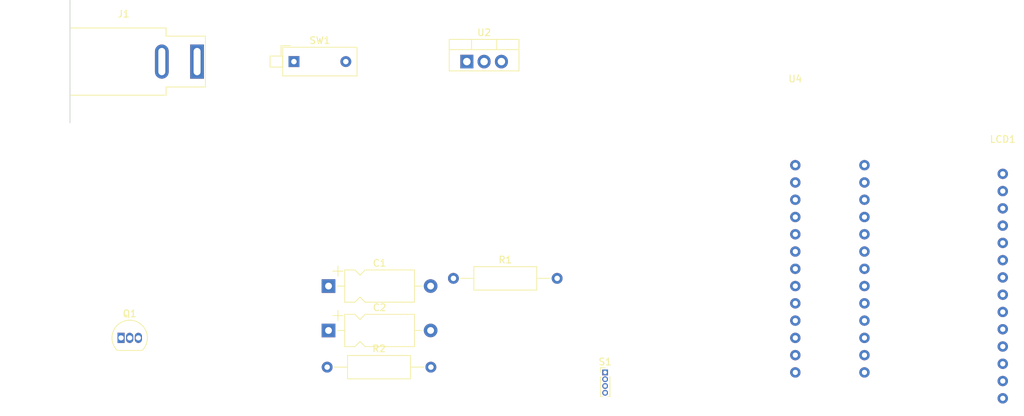
<source format=kicad_pcb>
(kicad_pcb (version 20211014) (generator pcbnew)
  (layers (0 "F.Cu" signal) (31 "B.Cu" signal) (34 "B.Paste" user) (35 "F.Paste" user) (36 "B.SilkS" user "B.Silkscreen") (37 "F.SilkS" user "F.Silkscreen") (38 "B.Mask" user) (39 "F.Mask" user) (44 "Edge.Cuts" user))
  (net 0 "")
  (net 1 "Net-(J1-Pad1)")
  (net 2 "GNDREF")
  (net 3 "Net-(Q1-Pad2)")
  (net 4 "Net-(Q1-Pad3)")
  (net 5 "Net-(R1-Pad2)")
  (net 6 "+3V3")
  (net 7 "+5V")
  (net 11 "GPIO34")
  (net 12 "GPIO35")
  (net 13 "GPIO32")
  (net 14 "GPIO33")
  (net 15 "GPIO25")
  (net 16 "GPIO26")
  (net 17 "GPIO27")
  (net 18 "GPIO14")
  (net 19 "GPIO12")
  (net 20 "GPIO22")
  (net 21 "GPIO19")
  (net 22 "GPIO23")
  (net 23 "GPIO18")
  (net 24 "GPIO05")
  (net 25 "GPIO17")
  (net 26 "GPIO16")
  (net 27 "GPIO04")
  (net 28 "GPIO00")
  (net 29 "GPIO02")
  (net 30 "GPIO13")
  (net 31 "GPIO15")
  (footprint "Connector_PinHeader_1.00mm:PinHeader_1x04_P1.00mm_Vertical" (layer "F.Cu") (at 101.6 73.66)
    (fp_text reference "S1" (at 0 -1.56) (layer "F.SilkS"))
    (fp_text value "DHT22")
    (fp_line (start 0.695 0.685) (end 0.695 3.56) (layer "F.SilkS") (width 0.12))
    (fp_line (start 0.608276 0.685) (end 0.695 0.685) (layer "F.SilkS") (width 0.12))
    (fp_line (start 0.394493 3.56) (end 0.695 3.56) (layer "F.SilkS") (width 0.12))
    (fp_line (start -0.695 0.685) (end -0.695 3.56) (layer "F.SilkS") (width 0.12))
    (fp_line (start -0.695 0) (end -0.695 -0.685) (layer "F.SilkS") (width 0.12))
    (fp_line (start -0.695 3.56) (end -0.394493 3.56) (layer "F.SilkS") (width 0.12))
    (fp_line (start -0.695 0.685) (end -0.608276 0.685) (layer "F.SilkS") (width 0.12))
    (fp_line (start -0.695 -0.685) (end 0 -0.685) (layer "F.SilkS") (width 0.12))
    (pad "1" thru_hole rect (at 0 0) (size 0.85 0.85) (drill 0.5) (layers *.Cu *.Mask) (net 6 "+3V3"))
    (pad "2" thru_hole oval (at 0 1) (size 0.85 0.85) (drill 0.5) (layers *.Cu *.Mask) (net 13 "GPIO32"))
    (pad "3" thru_hole oval (at 0 2) (size 0.85 0.85) (drill 0.5) (layers *.Cu *.Mask))
    (pad "4" thru_hole oval (at 0 3) (size 0.85 0.85) (drill 0.5) (layers *.Cu *.Mask) (net 2 "GNDREF"))
  )
  (footprint "Capacitor_THT:CP_Axial_L10.0mm_D4.5mm_P15.00mm_Horizontal" (layer "F.Cu") (at 60.96 67.49)
    (fp_text reference "C2" (at 7.5 -3.37) (layer "F.SilkS"))
    (fp_text value "100uF")
    (fp_line (start 4.63 1.62) (end 5.38 2.37) (layer "F.SilkS") (width 0.12))
    (fp_line (start 2.38 -2.37) (end 2.38 2.37) (layer "F.SilkS") (width 0.12))
    (fp_line (start 12.62 -2.37) (end 12.62 2.37) (layer "F.SilkS") (width 0.12))
    (fp_line (start 1.38 -2.95) (end 1.38 -1.45) (layer "F.SilkS") (width 0.12))
    (fp_line (start 0.63 -2.2) (end 2.13 -2.2) (layer "F.SilkS") (width 0.12))
    (fp_line (start 3.88 2.37) (end 4.63 1.62) (layer "F.SilkS") (width 0.12))
    (fp_line (start 3.88 -2.37) (end 4.63 -1.62) (layer "F.SilkS") (width 0.12))
    (fp_line (start 13.76 0) (end 12.62 0) (layer "F.SilkS") (width 0.12))
    (fp_line (start 5.38 2.37) (end 12.62 2.37) (layer "F.SilkS") (width 0.12))
    (fp_line (start 1.24 0) (end 2.38 0) (layer "F.SilkS") (width 0.12))
    (fp_line (start 2.38 -2.37) (end 3.88 -2.37) (layer "F.SilkS") (width 0.12))
    (fp_line (start 4.63 -1.62) (end 5.38 -2.37) (layer "F.SilkS") (width 0.12))
    (fp_line (start 2.38 2.37) (end 3.88 2.37) (layer "F.SilkS") (width 0.12))
    (fp_line (start 5.38 -2.37) (end 12.62 -2.37) (layer "F.SilkS") (width 0.12))
    (pad "1" thru_hole rect (at 0 0) (size 2 2) (drill 1) (layers *.Cu *.Mask) (net 6 "+3V3"))
    (pad "2" thru_hole oval (at 15 0) (size 2 2) (drill 1) (layers *.Cu *.Mask) (net 2 "GNDREF"))
  )
  (footprint "Capacitor_THT:CP_Axial_L10.0mm_D4.5mm_P15.00mm_Horizontal" (layer "F.Cu") (at 60.96 60.96)
    (fp_text reference "C1" (at 7.5 -3.37) (layer "F.SilkS"))
    (fp_text value "10uF")
    (fp_line (start 5.38 -2.37) (end 12.62 -2.37) (layer "F.SilkS") (width 0.12))
    (fp_line (start 4.63 -1.62) (end 5.38 -2.37) (layer "F.SilkS") (width 0.12))
    (fp_line (start 0.63 -2.2) (end 2.13 -2.2) (layer "F.SilkS") (width 0.12))
    (fp_line (start 5.38 2.37) (end 12.62 2.37) (layer "F.SilkS") (width 0.12))
    (fp_line (start 13.76 0) (end 12.62 0) (layer "F.SilkS") (width 0.12))
    (fp_line (start 2.38 -2.37) (end 3.88 -2.37) (layer "F.SilkS") (width 0.12))
    (fp_line (start 3.88 2.37) (end 4.63 1.62) (layer "F.SilkS") (width 0.12))
    (fp_line (start 4.63 1.62) (end 5.38 2.37) (layer "F.SilkS") (width 0.12))
    (fp_line (start 3.88 -2.37) (end 4.63 -1.62) (layer "F.SilkS") (width 0.12))
    (fp_line (start 1.38 -2.95) (end 1.38 -1.45) (layer "F.SilkS") (width 0.12))
    (fp_line (start 1.24 0) (end 2.38 0) (layer "F.SilkS") (width 0.12))
    (fp_line (start 2.38 -2.37) (end 2.38 2.37) (layer "F.SilkS") (width 0.12))
    (fp_line (start 2.38 2.37) (end 3.88 2.37) (layer "F.SilkS") (width 0.12))
    (fp_line (start 12.62 -2.37) (end 12.62 2.37) (layer "F.SilkS") (width 0.12))
    (pad "1" thru_hole rect (at 0 0) (size 2 2) (drill 1) (layers *.Cu *.Mask) (net 7 "+5V"))
    (pad "2" thru_hole oval (at 15 0) (size 2 2) (drill 1) (layers *.Cu *.Mask) (net 2 "GNDREF"))
  )
  (footprint "Connector_BarrelJack:BarrelJack_SwitchcraftConxall_RAPC10U_Horizontal" (layer "F.Cu") (at 41.65 27.94)
    (fp_text reference "J1" (at -10.8 -7) (layer "F.SilkS"))
    (fp_text value "Jack-DC")
    (fp_line (start -4.55 -3.74) (end -4.55 -4.945) (layer "F.SilkS") (width 0.12))
    (fp_line (start -4.55 -4.945) (end -18.55 -4.945) (layer "F.SilkS") (width 0.12))
    (fp_line (start -18.55 4.945) (end -4.55 4.945) (layer "F.SilkS") (width 0.12))
    (fp_line (start 1.22 3.74) (end 1.22 -3.74) (layer "F.SilkS") (width 0.12))
    (fp_line (start -4.55 4.945) (end -4.55 3.74) (layer "F.SilkS") (width 0.12))
    (fp_line (start -4.55 3.74) (end 1.22 3.74) (layer "F.SilkS") (width 0.12))
    (fp_line (start 1.22 -3.74) (end -4.55 -3.74) (layer "F.SilkS") (width 0.12))
    (fp_line (start -18.67 -9) (end -18.67 9) (layer "Edge.Cuts") (width 0.12))
    (pad "1" thru_hole rect (at 0 0) (size 2.02 5.02) (drill oval 1.02 4.02) (layers *.Cu *.Mask) (net 1 "Net-(J1-Pad1)"))
    (pad "2" thru_hole oval (at -5.18 0) (size 2.02 5.02) (drill oval 1.02 4.02) (layers *.Cu *.Mask) (net 2 "GNDREF"))
  )
  (footprint "Package_TO_SOT_THT:TO-92_Inline" (layer "F.Cu") (at 30.48 68.58)
    (fp_text reference "Q1" (at 1.27 -3.56) (layer "F.SilkS"))
    (fp_text value "2N3904")
    (fp_line (start -0.53 1.85) (end 3.07 1.85) (layer "F.SilkS") (width 0.12))
    (fp_arc (start -0.568478 1.838478) (mid -1.132087 -0.994977) (end 1.27 -2.6) (layer "F.SilkS") (width 0.12))
    (fp_arc (start 1.27 -2.6) (mid 3.672087 -0.994977) (end 3.108478 1.838478) (layer "F.SilkS") (width 0.12))
    (pad "1" thru_hole rect (at 0 0) (size 1.05 1.5) (drill 0.75) (layers *.Cu *.Mask) (net 2 "GNDREF"))
    (pad "2" thru_hole oval (at 1.27 0) (size 1.05 1.5) (drill 0.75) (layers *.Cu *.Mask) (net 3 "Net-(Q1-Pad2)"))
    (pad "3" thru_hole oval (at 2.54 0) (size 1.05 1.5) (drill 0.75) (layers *.Cu *.Mask) (net 4 "Net-(Q1-Pad3)"))
  )
  (footprint "01_Custom_Footprints:ESP32_Loolin" (layer "F.Cu") (at 129.54 43.18)
    (fp_text reference "U4" (at 0 -12.7 unlocked) (layer "F.SilkS"))
    (fp_text value "ESP_Loolin")
    (pad "1" thru_hole circle (at 0 0) (size 1.524 1.524) (drill 0.762) (layers *.Cu *.Mask))
    (pad "2" thru_hole circle (at 0 2.54) (size 1.524 1.524) (drill 0.762) (layers *.Cu *.Mask))
    (pad "3" thru_hole circle (at 0 5.08) (size 1.524 1.524) (drill 0.762) (layers *.Cu *.Mask))
    (pad "4" thru_hole circle (at 0 7.62) (size 1.524 1.524) (drill 0.762) (layers *.Cu *.Mask) (net 11 "GPIO34"))
    (pad "5" thru_hole circle (at 0 10.16) (size 1.524 1.524) (drill 0.762) (layers *.Cu *.Mask) (net 12 "GPIO35"))
    (pad "6" thru_hole circle (at 0 12.7) (size 1.524 1.524) (drill 0.762) (layers *.Cu *.Mask) (net 13 "GPIO32"))
    (pad "7" thru_hole circle (at 0 15.24) (size 1.524 1.524) (drill 0.762) (layers *.Cu *.Mask) (net 14 "GPIO33"))
    (pad "8" thru_hole circle (at 0 17.78) (size 1.524 1.524) (drill 0.762) (layers *.Cu *.Mask) (net 15 "GPIO25"))
    (pad "9" thru_hole circle (at 0 20.32) (size 1.524 1.524) (drill 0.762) (layers *.Cu *.Mask) (net 16 "GPIO26"))
    (pad "10" thru_hole circle (at 0 22.86) (size 1.524 1.524) (drill 0.762) (layers *.Cu *.Mask) (net 17 "GPIO27"))
    (pad "11" thru_hole circle (at 0 25.4) (size 1.524 1.524) (drill 0.762) (layers *.Cu *.Mask) (net 18 "GPIO14"))
    (pad "12" thru_hole circle (at 0 27.94) (size 1.524 1.524) (drill 0.762) (layers *.Cu *.Mask) (net 19 "GPIO12"))
    (pad "13" thru_hole circle (at 0 30.48) (size 1.524 1.524) (drill 0.762) (layers *.Cu *.Mask) (net 2 "GNDREF"))
    (pad "14" thru_hole circle (at 10.16 0) (size 1.524 1.524) (drill 0.762) (layers *.Cu *.Mask) (net 6 "+3V3"))
    (pad "15" thru_hole circle (at 10.16 2.54) (size 1.524 1.524) (drill 0.762) (layers *.Cu *.Mask) (net 20 "GPIO22"))
    (pad "16" thru_hole circle (at 10.16 5.08) (size 1.524 1.524) (drill 0.762) (layers *.Cu *.Mask) (net 21 "GPIO19"))
    (pad "17" thru_hole circle (at 10.16 7.62) (size 1.524 1.524) (drill 0.762) (layers *.Cu *.Mask) (net 22 "GPIO23"))
    (pad "18" thru_hole circle (at 10.16 10.16) (size 1.524 1.524) (drill 0.762) (layers *.Cu *.Mask) (net 23 "GPIO18"))
    (pad "19" thru_hole circle (at 10.16 12.7) (size 1.524 1.524) (drill 0.762) (layers *.Cu *.Mask) (net 24 "GPIO05"))
    (pad "20" thru_hole circle (at 10.16 15.24) (size 1.524 1.524) (drill 0.762) (layers *.Cu *.Mask) (net 25 "GPIO17"))
    (pad "21" thru_hole circle (at 10.16 17.78) (size 1.524 1.524) (drill 0.762) (layers *.Cu *.Mask) (net 26 "GPIO16"))
    (pad "22" thru_hole circle (at 10.16 20.32) (size 1.524 1.524) (drill 0.762) (layers *.Cu *.Mask) (net 25 "GPIO17"))
    (pad "23" thru_hole circle (at 10.16 22.86) (size 1.524 1.524) (drill 0.762) (layers *.Cu *.Mask) (net 26 "GPIO16"))
    (pad "24" thru_hole circle (at 10.16 25.4) (size 1.524 1.524) (drill 0.762) (layers *.Cu *.Mask) (net 27 "GPIO04"))
    (pad "25" thru_hole circle (at 10.16 27.94) (size 1.524 1.524) (drill 0.762) (layers *.Cu *.Mask) (net 28 "GPIO00"))
    (pad "26" thru_hole circle (at 10.16 30.48) (size 1.524 1.524) (drill 0.762) (layers *.Cu *.Mask) (net 29 "GPIO02"))
  )
  (footprint "Resistor_THT:R_Axial_DIN0309_L9.0mm_D3.2mm_P15.24mm_Horizontal" (layer "F.Cu") (at 79.31 59.825)
    (fp_text reference "R1" (at 7.62 -2.72) (layer "F.SilkS"))
    (fp_text value "121R")
    (fp_line (start 12.24 -1.72) (end 3 -1.72) (layer "F.SilkS") (width 0.12))
    (fp_line (start 3 1.72) (end 12.24 1.72) (layer "F.SilkS") (width 0.12))
    (fp_line (start 14.2 0) (end 12.24 0) (layer "F.SilkS") (width 0.12))
    (fp_line (start 3 -1.72) (end 3 1.72) (layer "F.SilkS") (width 0.12))
    (fp_line (start 12.24 1.72) (end 12.24 -1.72) (layer "F.SilkS") (width 0.12))
    (fp_line (start 1.04 0) (end 3 0) (layer "F.SilkS") (width 0.12))
    (pad "1" thru_hole circle (at 0 0) (size 1.6 1.6) (drill 0.8) (layers *.Cu *.Mask) (net 6 "+3V3"))
    (pad "2" thru_hole oval (at 15.24 0) (size 1.6 1.6) (drill 0.8) (layers *.Cu *.Mask) (net 5 "Net-(R1-Pad2)"))
  )
  (footprint "01_Custom_Footprints:LCD_Tft" (layer "F.Cu") (at 160.02 44.45)
    (fp_text reference "LCD1" (at 0 -5.08 unlocked) (layer "F.SilkS"))
    (fp_text value "LCD_SPI")
    (pad "1" thru_hole circle (at 0 0) (size 1.524 1.524) (drill 0.762) (layers *.Cu *.Mask) (net 6 "+3V3"))
    (pad "2" thru_hole circle (at 0 2.54) (size 1.524 1.524) (drill 0.762) (layers *.Cu *.Mask) (net 2 "GNDREF"))
    (pad "3" thru_hole circle (at 0 5.08) (size 1.524 1.524) (drill 0.762) (layers *.Cu *.Mask) (net 24 "GPIO05"))
    (pad "4" thru_hole circle (at 0 7.62) (size 1.524 1.524) (drill 0.762) (layers *.Cu *.Mask) (net 30 "GPIO13"))
    (pad "5" thru_hole circle (at 0 10.16) (size 1.524 1.524) (drill 0.762) (layers *.Cu *.Mask) (net 31 "GPIO15"))
    (pad "6" thru_hole circle (at 0 12.7) (size 1.524 1.524) (drill 0.762) (layers *.Cu *.Mask) (net 22 "GPIO23"))
    (pad "7" thru_hole circle (at 0 15.24) (size 1.524 1.524) (drill 0.762) (layers *.Cu *.Mask) (net 22 "GPIO23"))
    (pad "8" thru_hole circle (at 0 17.78) (size 1.524 1.524) (drill 0.762) (layers *.Cu *.Mask) (net 23 "GPIO18"))
    (pad "9" thru_hole circle (at 0 20.32) (size 1.524 1.524) (drill 0.762) (layers *.Cu *.Mask) (net 21 "GPIO19"))
    (pad "10" thru_hole circle (at 0 22.86) (size 1.524 1.524) (drill 0.762) (layers *.Cu *.Mask) (net 23 "GPIO18"))
    (pad "11" thru_hole circle (at 0 25.4) (size 1.524 1.524) (drill 0.762) (layers *.Cu *.Mask) (net 19 "GPIO12"))
    (pad "12" thru_hole circle (at 0 27.94) (size 1.524 1.524) (drill 0.762) (layers *.Cu *.Mask) (net 22 "GPIO23"))
    (pad "13" thru_hole circle (at 0 30.48) (size 1.524 1.524) (drill 0.762) (layers *.Cu *.Mask) (net 21 "GPIO19"))
    (pad "14" thru_hole circle (at 0 33.02) (size 1.524 1.524) (drill 0.762) (layers *.Cu *.Mask) (net 15 "GPIO25"))
  )
  (footprint "Resistor_THT:R_Axial_DIN0309_L9.0mm_D3.2mm_P15.24mm_Horizontal" (layer "F.Cu") (at 60.76 72.885)
    (fp_text reference "R2" (at 7.62 -2.72) (layer "F.SilkS"))
    (fp_text value "R_Small")
    (fp_line (start 3 -1.72) (end 3 1.72) (layer "F.SilkS") (width 0.12))
    (fp_line (start 12.24 -1.72) (end 3 -1.72) (layer "F.SilkS") (width 0.12))
    (fp_line (start 3 1.72) (end 12.24 1.72) (layer "F.SilkS") (width 0.12))
    (fp_line (start 1.04 0) (end 3 0) (layer "F.SilkS") (width 0.12))
    (fp_line (start 12.24 1.72) (end 12.24 -1.72) (layer "F.SilkS") (width 0.12))
    (fp_line (start 14.2 0) (end 12.24 0) (layer "F.SilkS") (width 0.12))
    (pad "1" thru_hole circle (at 0 0) (size 1.6 1.6) (drill 0.8) (layers *.Cu *.Mask) (net 5 "Net-(R1-Pad2)"))
    (pad "2" thru_hole oval (at 15.24 0) (size 1.6 1.6) (drill 0.8) (layers *.Cu *.Mask) (net 2 "GNDREF"))
  )
  (footprint "Package_TO_SOT_THT:TO-220-3_Vertical" (layer "F.Cu") (at 81.28 27.94)
    (fp_text reference "U2" (at 2.54 -4.27) (layer "F.SilkS"))
    (fp_text value "LM1117-ADJ")
    (fp_line (start -2.58 1.371) (end 7.66 1.371) (layer "F.SilkS") (width 0.12))
    (fp_line (start 7.66 -3.27) (end 7.66 1.371) (layer "F.SilkS") (width 0.12))
    (fp_line (start 0.69 -3.27) (end 0.69 -1.76) (layer "F.SilkS") (width 0.12))
    (fp_line (start -2.58 -3.27) (end -2.58 1.371) (layer "F.SilkS") (width 0.12))
    (fp_line (start -2.58 -1.76) (end 7.66 -1.76) (layer "F.SilkS") (width 0.12))
    (fp_line (start 4.391 -3.27) (end 4.391 -1.76) (layer "F.SilkS") (width 0.12))
    (fp_line (start -2.58 -3.27) (end 7.66 -3.27) (layer "F.SilkS") (width 0.12))
    (pad "1" thru_hole rect (at 0 0) (size 1.905 2) (drill 1.1) (layers *.Cu *.Mask) (net 5 "Net-(R1-Pad2)"))
    (pad "2" thru_hole oval (at 2.54 0) (size 1.905 2) (drill 1.1) (layers *.Cu *.Mask) (net 6 "+3V3"))
    (pad "3" thru_hole oval (at 5.08 0) (size 1.905 2) (drill 1.1) (layers *.Cu *.Mask) (net 7 "+5V"))
  )
  (footprint "Button_Switch_THT:SW_DIP_SPSTx01_Piano_10.8x4.1mm_W7.62mm_P2.54mm" (layer "F.Cu") (at 55.88 27.94)
    (fp_text reference "SW1" (at 3.81 -3.11) (layer "F.SilkS"))
    (fp_text value "SW_SPST")
    (fp_line (start -1.65 2.11) (end 9.27 2.11) (layer "F.SilkS") (width 0.12))
    (fp_line (start -1.65 -0.81) (end -1.65 0.81) (layer "F.SilkS") (width 0.12))
    (fp_line (start -1.65 -2.11) (end -1.65 2.11) (layer "F.SilkS") (width 0.12))
    (fp_line (start -3.51 0.81) (end -1.65 0.81) (layer "F.SilkS") (width 0.12))
    (fp_line (start -3.51 -0.81) (end -1.65 -0.81) (layer "F.SilkS") (width 0.12))
    (fp_line (start -1.65 -2.11) (end 9.27 -2.11) (layer "F.SilkS") (width 0.12))
    (fp_line (start -3.51 -0.81) (end -3.51 0.81) (layer "F.SilkS") (width 0.12))
    (fp_line (start 9.27 -2.11) (end 9.27 2.11) (layer "F.SilkS") (width 0.12))
    (fp_line (start -1.89 -2.35) (end -0.507 -2.35) (layer "F.SilkS") (width 0.12))
    (fp_line (start -1.89 -2.35) (end -1.89 -0.967) (layer "F.SilkS") (width 0.12))
    (pad "1" thru_hole rect (at 0 0) (size 1.6 1.6) (drill 0.8) (layers *.Cu *.Mask) (net 1 "Net-(J1-Pad1)"))
    (pad "2" thru_hole oval (at 7.62 0) (size 1.6 1.6) (drill 0.8) (layers *.Cu *.Mask) (net 7 "+5V"))
  )
)
</source>
